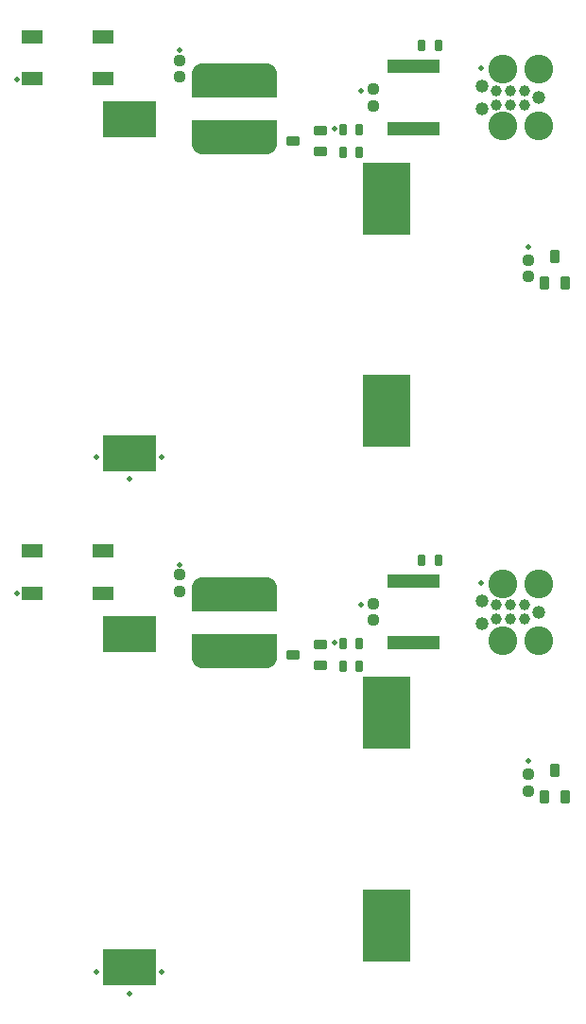
<source format=gts>
%FSLAX46Y46*%
%MOMM*%
%AMPS19*
21,1,6.400000,4.200000,0.000000,0.000000,270.000000*
%
%ADD19PS19*%
%AMPS21*
21,1,1.200000,1.800000,0.000000,0.000000,90.000000*
%
%ADD21PS21*%
%AMPS20*
21,1,1.200000,1.800000,0.000000,0.000000,270.000000*
%
%ADD20PS20*%
%AMPS10*
21,1,0.650000,1.250000,0.000000,0.000000,0.000000*
%
%ADD10PS10*%
%AMPS11*
21,1,0.650000,1.250000,0.000000,0.000000,180.000000*
%
%ADD11PS11*%
%AMPS25*
21,1,3.240000,4.710000,0.000000,0.000000,90.000000*
%
%ADD25PS25*%
%AMPS27*
1,1,0.500000,0.000000,0.000000*
%
%ADD27PS27*%
%AMPS23*
1,1,2.200000,-2.750000,0.450000*
1,1,2.200000,2.750000,0.450000*
4,1,4,
-3.850000,-1.550000,
-3.850000,0.450000,
3.850000,0.450000,
3.850000,-1.550000,
-3.850000,-1.550000,
0*
21,1,5.500000,3.100000,0.000000,0.000000,0.000000*
%
%ADD23PS23*%
%AMPS22*
1,1,2.200000,2.750000,-0.450000*
1,1,2.200000,-2.750000,-0.450000*
4,1,4,
3.850000,1.550000,
3.850000,-0.450000,
-3.850000,-0.450000,
-3.850000,1.550000,
3.850000,1.550000,
0*
21,1,5.500000,3.100000,0.000000,0.000000,180.000000*
%
%ADD22PS22*%
%AMPS15*
1,1,2.575000,0.000000,0.000000*
%
%ADD15PS15*%
%AMPS13*
1,1,2.575000,0.000000,0.000000*
%
%ADD13PS13*%
%AMPS16*
1,1,1.190600,0.000000,0.000000*
%
%ADD16PS16*%
%AMPS17*
1,1,0.560000,-0.195000,-0.220000*
1,1,0.560000,0.195000,0.220000*
1,1,0.560000,-0.195000,0.220000*
1,1,0.560000,0.195000,-0.220000*
21,1,1.000000,0.390000,0.000000,0.000000,90.000000*
21,1,0.440000,0.950000,0.000000,0.000000,90.000000*
%
%ADD17PS17*%
%AMPS24*
1,1,0.440000,-0.130000,0.330000*
1,1,0.440000,0.130000,-0.330000*
1,1,0.440000,0.130000,0.330000*
1,1,0.440000,-0.130000,-0.330000*
21,1,0.700000,0.660000,0.000000,0.000000,0.000000*
21,1,0.260000,1.100000,0.000000,0.000000,0.000000*
%
%ADD24PS24*%
%AMPS12*
1,1,0.440000,0.130000,-0.330000*
1,1,0.440000,-0.130000,0.330000*
1,1,0.440000,-0.130000,-0.330000*
1,1,0.440000,0.130000,0.330000*
21,1,0.700000,0.660000,0.000000,0.000000,180.000000*
21,1,0.260000,1.100000,0.000000,0.000000,180.000000*
%
%ADD12PS12*%
%AMPS18*
1,1,0.540000,0.180000,-0.330000*
1,1,0.540000,-0.180000,0.330000*
1,1,0.540000,-0.180000,-0.330000*
1,1,0.540000,0.180000,0.330000*
21,1,0.900000,0.660000,0.000000,0.000000,180.000000*
21,1,0.360000,1.200000,0.000000,0.000000,180.000000*
%
%ADD18PS18*%
%AMPS26*
1,1,0.540000,0.330000,0.180000*
1,1,0.540000,-0.330000,-0.180000*
1,1,0.540000,0.330000,-0.180000*
1,1,0.540000,-0.330000,0.180000*
21,1,0.900000,0.660000,0.000000,0.000000,270.000000*
21,1,0.360000,1.200000,0.000000,0.000000,270.000000*
%
%ADD26PS26*%
%AMPS14*
1,1,0.987400,0.000000,0.000000*
%
%ADD14PS14*%
G01*
G01*
%LPD*%
G75*
D10*
X37812849Y79552031D03*
D11*
X36512849Y85102031D03*
D11*
X39112849Y85102031D03*
D11*
X37812849Y85102031D03*
D11*
X35212849Y85102031D03*
D10*
X35212849Y79552031D03*
D10*
X37162849Y79552031D03*
D10*
X39112849Y79552031D03*
D10*
X36512849Y79552031D03*
D11*
X37162849Y85102031D03*
D10*
X35862849Y79552031D03*
D11*
X35862849Y85102031D03*
D11*
X38462849Y85102031D03*
D10*
X38462849Y79552031D03*
D12*
X32335714Y79464282D03*
D12*
X30835714Y79464282D03*
D13*
X48352849Y79787031D03*
D14*
X44542849Y82962031D03*
D14*
X47082849Y82962031D03*
D13*
X45177849Y79787031D03*
D15*
X48352849Y84867031D03*
D16*
X43272849Y81311031D03*
D14*
X47082849Y81692031D03*
D14*
X45812849Y81692031D03*
D14*
X45812849Y82962031D03*
D14*
X44542849Y81692031D03*
D16*
X43272849Y83343031D03*
D16*
X48352849Y82327031D03*
D15*
X45177849Y84867031D03*
D17*
X47450000Y67800000D03*
D17*
X47450000Y66300000D03*
D12*
X39399724Y86968896D03*
D12*
X37899724Y86968896D03*
D18*
X49825000Y68150000D03*
D18*
X48875000Y65750000D03*
D18*
X50775000Y65750000D03*
D19*
X34775000Y73300000D03*
D19*
X34775000Y54300000D03*
D17*
X16250000Y85675000D03*
D17*
X16250000Y84175000D03*
D20*
X2975000Y87800000D03*
D21*
X9375000Y84000000D03*
D21*
X9375000Y87800000D03*
D20*
X2975000Y84000000D03*
D22*
X21125000Y78800000D03*
D23*
X21125000Y83900000D03*
D24*
X30835714Y77464282D03*
D24*
X32335714Y77464282D03*
D25*
X11700000Y50495000D03*
D25*
X11700000Y80355000D03*
D26*
X26385714Y78464282D03*
D26*
X28785714Y77514282D03*
D26*
X28785714Y79414282D03*
D17*
X33537849Y83077031D03*
D17*
X33537849Y81577031D03*
D27*
X43190349Y84927031D03*
D27*
X8775000Y50150000D03*
D27*
X16250000Y86550000D03*
D27*
X32500000Y82975000D03*
D27*
X11700000Y48200000D03*
D27*
X30135714Y79564280D03*
D27*
X47450000Y69000000D03*
D27*
X14625000Y50150000D03*
D27*
X1625000Y83950000D03*
D10*
X37812849Y33552031D03*
D11*
X36512849Y39102031D03*
D11*
X39112849Y39102031D03*
D11*
X37812849Y39102031D03*
D11*
X35212849Y39102031D03*
D10*
X35212849Y33552031D03*
D10*
X37162849Y33552031D03*
D10*
X39112849Y33552031D03*
D10*
X36512849Y33552031D03*
D11*
X37162849Y39102031D03*
D10*
X35862849Y33552031D03*
D11*
X35862849Y39102031D03*
D11*
X38462849Y39102031D03*
D10*
X38462849Y33552031D03*
D12*
X32335714Y33464282D03*
D12*
X30835714Y33464282D03*
D13*
X48352849Y33787031D03*
D14*
X44542849Y36962031D03*
D14*
X47082849Y36962031D03*
D13*
X45177849Y33787031D03*
D15*
X48352849Y38867031D03*
D16*
X43272849Y35311031D03*
D14*
X47082849Y35692031D03*
D14*
X45812849Y35692031D03*
D14*
X45812849Y36962031D03*
D14*
X44542849Y35692031D03*
D16*
X43272849Y37343031D03*
D16*
X48352849Y36327031D03*
D15*
X45177849Y38867031D03*
D17*
X47450000Y21800000D03*
D17*
X47450000Y20300000D03*
D12*
X39399724Y40968896D03*
D12*
X37899724Y40968896D03*
D18*
X49825000Y22150000D03*
D18*
X48875000Y19750000D03*
D18*
X50775000Y19750000D03*
D19*
X34775000Y27300000D03*
D19*
X34775000Y8300000D03*
D17*
X16250000Y39675000D03*
D17*
X16250000Y38175000D03*
D20*
X2975000Y41800000D03*
D21*
X9375000Y38000000D03*
D21*
X9375000Y41800000D03*
D20*
X2975000Y38000000D03*
D22*
X21125000Y32800000D03*
D23*
X21125000Y37900000D03*
D24*
X30835714Y31464282D03*
D24*
X32335714Y31464282D03*
D25*
X11700000Y4495000D03*
D25*
X11700000Y34355000D03*
D26*
X26385714Y32464282D03*
D26*
X28785714Y31514282D03*
D26*
X28785714Y33414282D03*
D17*
X33537849Y37077031D03*
D17*
X33537849Y35577031D03*
D27*
X43190349Y38927031D03*
D27*
X8775000Y4150000D03*
D27*
X16250000Y40550000D03*
D27*
X32500000Y36975000D03*
D27*
X11700000Y2200000D03*
D27*
X30135714Y33564280D03*
D27*
X47450000Y23000000D03*
D27*
X14625000Y4150000D03*
D27*
X1625000Y37950000D03*
M02*

</source>
